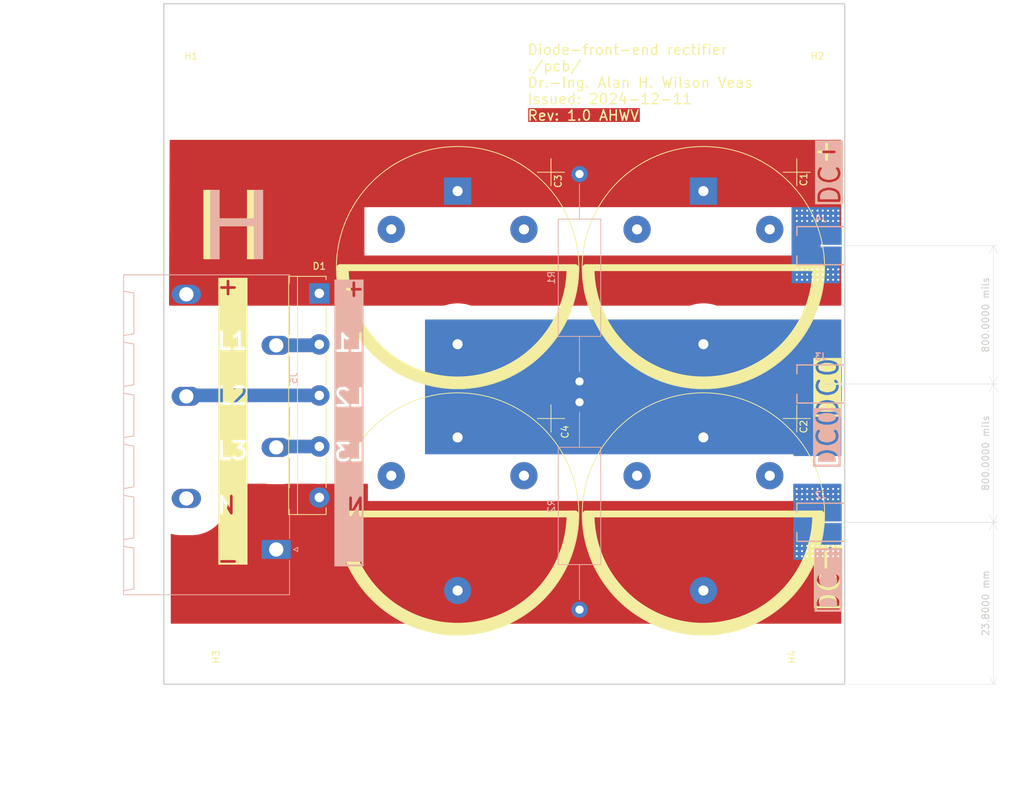
<source format=kicad_pcb>
(kicad_pcb (version 20240108) (generator "pcbnew") (generator_version "8.0")
  (title_block (title "Diode-front-end rectifier") (date "2024-12-11") (rev "1.0") (company "Dr.-Ing. Alan H. Wilson Veas") (comment 1 "AHWV"))
  (layers (0 "F.Cu" signal) (31 "B.Cu" signal) (34 "B.Paste" user) (35 "F.Paste" user) (36 "B.SilkS" user "B.Silkscreen") (37 "F.SilkS" user "F.Silkscreen") (38 "B.Mask" user) (39 "F.Mask" user) (44 "Edge.Cuts" user))
  (net 0 "")
  (net 1 "/l3")
  (net 2 "/dcp")
  (net 3 "/l2")
  (net 4 "/dcn")
  (net 5 "/l1")
  (net 6 "/dcm")
  (net 7 "/n")
  (footprint "MountingHole:MountingHole_2.7mm_M2.5" (layer "F.Cu") (at 57.67 125.248 -90)
    (property "Reference" "H3" (at 0 -3.7 90) (layer "F.SilkS"))
    (property "Value" "MountingHole")
    (pad "" np_thru_hole circle (at 0 0 270) (size 2.7 2.7) (drill 2.7) (layers "*.Cu" "*.Mask"))
  )
  (footprint "My_Capacitor_THT:CP_Radial_D35.0mm_P22.50mm_SnapIn_4Pin_TDK_B43630" (layer "F.Cu") (at 132.918 56.784 -90)
    (property "Reference" "C1" (at -1.704 -14.732 90) (layer "F.SilkS"))
    (property "Value" "1200 uF")
    (fp_line (start -4.779604 -13.7125) (end -0.779604 -13.7125) (stroke (width 0.12)) (layer "F.SilkS"))
    (fp_line (start -2.779604 -15.7125) (end -2.779604 -11.7125) (stroke (width 0.12)) (layer "F.SilkS"))
    (fp_line (start 11.25 -17.25) (end 11.25 17.25) (stroke (width 1)) (layer "F.SilkS"))
    (fp_arc (start 11.25 -16.5) (mid 27.75 0) (end 11.25 16.5) (stroke (width 1)) (layer "F.SilkS"))
    (fp_arc (start 11.25 -17) (mid 28.25 0) (end 11.25 17) (stroke (width 1)) (layer "F.SilkS"))
    (fp_arc (start 11.25 -17.25) (mid 28.5 0) (end 11.25 17.25) (stroke (width 1)) (layer "F.SilkS"))
    (fp_circle (center 11.25 0) (end 29.05 0) (stroke (width 0.12)) (fill none) (layer "F.SilkS"))
    (pad "1" thru_hole rect (at 0 0 270) (size 4 4) (drill 1.486) (layers "*.Cu" "*.Mask") (net 2 "/dcp"))
    (pad "2" thru_hole circle (at 22.5 0 270) (size 4 4) (drill 1.486) (layers "*.Cu" "*.Mask") (net 6 "/dcm"))
    (pad "SH" thru_hole circle (at 5.625 -9.7427 270) (size 4 4) (drill 1.486) (layers "*.Cu" "*.Mask"))
    (pad "SH" thru_hole circle (at 5.625 9.7427 270) (size 4 4) (drill 1.486) (layers "*.Cu" "*.Mask"))
  )
  (footprint "My_Capacitor_THT:CP_Radial_D35.0mm_P22.50mm_SnapIn_4Pin_TDK_B43630" (layer "F.Cu") (at 132.918 92.984 -90)
    (property "Reference" "C2" (at -1.582 -14.732 90) (layer "F.SilkS"))
    (property "Value" "1200 uF")
    (fp_line (start -4.779604 -13.7125) (end -0.779604 -13.7125) (stroke (width 0.12)) (layer "F.SilkS"))
    (fp_line (start -2.779604 -15.7125) (end -2.779604 -11.7125) (stroke (width 0.12)) (layer "F.SilkS"))
    (fp_line (start 11.25 -17.25) (end 11.25 17.25) (stroke (width 1)) (layer "F.SilkS"))
    (fp_arc (start 11.25 -16.5) (mid 27.75 0) (end 11.25 16.5) (stroke (width 1)) (layer "F.SilkS"))
    (fp_arc (start 11.25 -17) (mid 28.25 0) (end 11.25 17) (stroke (width 1)) (layer "F.SilkS"))
    (fp_arc (start 11.25 -17.25) (mid 28.5 0) (end 11.25 17.25) (stroke (width 1)) (layer "F.SilkS"))
    (fp_circle (center 11.25 0) (end 29.05 0) (stroke (width 0.12)) (fill none) (layer "F.SilkS"))
    (pad "1" thru_hole rect (at 0 0 270) (size 4 4) (drill 1.486) (layers "*.Cu" "*.Mask") (net 6 "/dcm"))
    (pad "2" thru_hole circle (at 22.5 0 270) (size 4 4) (drill 1.486) (layers "*.Cu" "*.Mask") (net 4 "/dcn"))
    (pad "SH" thru_hole circle (at 5.625 -9.7427 270) (size 4 4) (drill 1.486) (layers "*.Cu" "*.Mask"))
    (pad "SH" thru_hole circle (at 5.625 9.7427 270) (size 4 4) (drill 1.486) (layers "*.Cu" "*.Mask"))
  )
  (footprint "MountingHole:MountingHole_2.7mm_M2.5" (layer "F.Cu") (at 149.67 33.248 180)
    (property "Reference" "H2" (at 0 -3.7 0) (layer "F.SilkS"))
    (property "Value" "MountingHole")
    (pad "" np_thru_hole circle (at 0 0 180) (size 2.7 2.7) (drill 2.7) (layers "*.Cu" "*.Mask"))
  )
  (footprint "MountingHole:MountingHole_2.7mm_M2.5" (layer "F.Cu") (at 149.67 125.248 90)
    (property "Reference" "H4" (at 0 -3.7 90) (layer "F.SilkS"))
    (property "Value" "MountingHole")
    (pad "" np_thru_hole circle (at 0 0 90) (size 2.7 2.7) (drill 2.7) (layers "*.Cu" "*.Mask"))
  )
  (footprint "My_Capacitor_THT:CP_Radial_D35.0mm_P22.50mm_SnapIn_4Pin_TDK_B43630" (layer "F.Cu") (at 96.818 92.984 -90)
    (property "Reference" "C4" (at -0.82 -15.78 90) (layer "F.SilkS"))
    (property "Value" "1200 uF")
    (fp_line (start -4.779604 -13.7125) (end -0.779604 -13.7125) (stroke (width 0.12)) (layer "F.SilkS"))
    (fp_line (start -2.779604 -15.7125) (end -2.779604 -11.7125) (stroke (width 0.12)) (layer "F.SilkS"))
    (fp_line (start 11.25 -17.25) (end 11.25 17.25) (stroke (width 1)) (layer "F.SilkS"))
    (fp_arc (start 11.25 -16.5) (mid 27.75 0) (end 11.25 16.5) (stroke (width 1)) (layer "F.SilkS"))
    (fp_arc (start 11.25 -17) (mid 28.25 0) (end 11.25 17) (stroke (width 1)) (layer "F.SilkS"))
    (fp_arc (start 11.25 -17.25) (mid 28.5 0) (end 11.25 17.25) (stroke (width 1)) (layer "F.SilkS"))
    (fp_circle (center 11.25 0) (end 29.05 0) (stroke (width 0.12)) (fill none) (layer "F.SilkS"))
    (pad "1" thru_hole rect (at 0 0 270) (size 4 4) (drill 1.486) (layers "*.Cu" "*.Mask") (net 6 "/dcm"))
    (pad "2" thru_hole circle (at 22.5 0 270) (size 4 4) (drill 1.486) (layers "*.Cu" "*.Mask") (net 4 "/dcn"))
    (pad "SH" thru_hole circle (at 5.625 -9.7427 270) (size 4 4) (drill 1.486) (layers "*.Cu" "*.Mask"))
    (pad "SH" thru_hole circle (at 5.625 9.7427 270) (size 4 4) (drill 1.486) (layers "*.Cu" "*.Mask"))
  )
  (footprint "Diode_THT:Diode_Bridge_IXYS_GUFP" (layer "F.Cu") (at 76.506 71.816)
    (property "Reference" "D1" (at 0 -4 0) (layer "F.SilkS"))
    (property "Value" "DNA40U2200GU")
    (fp_line (start -4.5 -2.5) (end -4.5 32.5) (stroke (width 0.12)) (layer "F.SilkS"))
    (fp_line (start -3.2 -2.5) (end -3.2 32.5) (stroke (width 0.12)) (layer "F.SilkS"))
    (fp_line (start 1 -2.5) (end -4.5 -2.5) (stroke (width 0.12)) (layer "F.SilkS"))
    (fp_line (start 1 -2.5) (end 1 -2) (stroke (width 0.12)) (layer "F.SilkS"))
    (fp_line (start 1 2) (end 1 6) (stroke (width 0.12)) (layer "F.SilkS"))
    (fp_line (start 1 9) (end 1 13.5) (stroke (width 0.12)) (layer "F.SilkS"))
    (fp_line (start 1 16.5) (end 1 21) (stroke (width 0.12)) (layer "F.SilkS"))
    (fp_line (start 1 24) (end 1 28.5) (stroke (width 0.12)) (layer "F.SilkS"))
    (fp_line (start 1 31.5) (end 1 32.5) (stroke (width 0.12)) (layer "F.SilkS"))
    (fp_line (start 1 32.5) (end -4.5 32.5) (stroke (width 0.12)) (layer "F.SilkS"))
    (pad "1" thru_hole rect (at 0 0) (size 3 3) (drill 1.39) (layers "*.Cu" "*.Mask") (net 2 "/dcp"))
    (pad "2" thru_hole circle (at 0 7.5) (size 3 3) (drill 1.39) (layers "*.Cu" "*.Mask") (net 5 "/l1"))
    (pad "3" thru_hole circle (at 0 15) (size 3 3) (drill 1.39) (layers "*.Cu" "*.Mask") (net 3 "/l2"))
    (pad "4" thru_hole circle (at 0 22.5) (size 3 3) (drill 1.39) (layers "*.Cu" "*.Mask") (net 1 "/l3"))
    (pad "5" thru_hole circle (at 0 30) (size 3 3) (drill 1.39) (layers "*.Cu" "*.Mask") (net 4 "/dcn"))
  )
  (footprint "MountingHole:MountingHole_2.7mm_M2.5" (layer "F.Cu") (at 57.67 33.248 180)
    (property "Reference" "H1" (at 0 -3.7 0) (layer "F.SilkS"))
    (property "Value" "MountingHole")
    (pad "" np_thru_hole circle (at 0 0 180) (size 2.7 2.7) (drill 2.7) (layers "*.Cu" "*.Mask"))
  )
  (footprint "My_Capacitor_THT:CP_Radial_D35.0mm_P22.50mm_SnapIn_4Pin_TDK_B43630" (layer "F.Cu") (at 96.818 56.784 -90)
    (property "Reference" "C3" (at -1.45 -14.764 90) (layer "F.SilkS"))
    (property "Value" "1200 uF")
    (fp_line (start -4.779604 -13.7125) (end -0.779604 -13.7125) (stroke (width 0.12)) (layer "F.SilkS"))
    (fp_line (start -2.779604 -15.7125) (end -2.779604 -11.7125) (stroke (width 0.12)) (layer "F.SilkS"))
    (fp_line (start 11.25 -17.25) (end 11.25 17.25) (stroke (width 1)) (layer "F.SilkS"))
    (fp_arc (start 11.25 -16.5) (mid 27.75 0) (end 11.25 16.5) (stroke (width 1)) (layer "F.SilkS"))
    (fp_arc (start 11.25 -17) (mid 28.25 0) (end 11.25 17) (stroke (width 1)) (layer "F.SilkS"))
    (fp_arc (start 11.25 -17.25) (mid 28.5 0) (end 11.25 17.25) (stroke (width 1)) (layer "F.SilkS"))
    (fp_circle (center 11.25 0) (end 29.05 0) (stroke (width 0.12)) (fill none) (layer "F.SilkS"))
    (pad "1" thru_hole rect (at 0 0 270) (size 4 4) (drill 1.486) (layers "*.Cu" "*.Mask") (net 2 "/dcp"))
    (pad "2" thru_hole circle (at 22.5 0 270) (size 4 4) (drill 1.486) (layers "*.Cu" "*.Mask") (net 6 "/dcm"))
    (pad "SH" thru_hole circle (at 5.625 -9.7427 270) (size 4 4) (drill 1.486) (layers "*.Cu" "*.Mask"))
    (pad "SH" thru_hole circle (at 5.625 9.7427 270) (size 4 4) (drill 1.486) (layers "*.Cu" "*.Mask"))
  )
  (footprint "Resistor_THT:R_Axial_DIN0617_L17.0mm_D6.0mm_P30.48mm_Horizontal" (layer "B.Cu") (at 114.7207 87.809 -90)
    (property "Reference" "R2" (at 15.24 4.12 90) (layer "B.SilkS") (effects (justify mirror)))
    (property "Value" "100k")
    (fp_line (start 6.62 3.12) (end 23.86 3.12) (stroke (width 0.12)) (layer "B.SilkS"))
    (fp_line (start 23.86 3.12) (end 23.86 -3.12) (stroke (width 0.12)) (layer "B.SilkS"))
    (fp_line (start 6.62 0) (end 1.44 0) (stroke (width 0.12)) (layer "B.SilkS"))
    (fp_line (start 23.86 0) (end 29.04 0) (stroke (width 0.12)) (layer "B.SilkS"))
    (fp_line (start 6.62 -3.12) (end 6.62 3.12) (stroke (width 0.12)) (layer "B.SilkS"))
    (fp_line (start 23.86 -3.12) (end 6.62 -3.12) (stroke (width 0.12)) (layer "B.SilkS"))
    (pad "1" thru_hole circle (at 0 0 270) (size 2.4 2.4) (drill 1.2) (layers "*.Cu" "*.Mask") (net 6 "/dcm"))
    (pad "2" thru_hole oval (at 30.48 0 270) (size 2.4 2.4) (drill 1.2) (layers "*.Cu" "*.Mask") (net 4 "/dcn"))
  )
  (footprint "My_Connector:WP_SMRA_7466303" (layer "B.Cu") (at 150.15 85.128 180)
    (property "Reference" "J3" (at 0 4 0) (layer "B.SilkS") (effects (font (thickness 0.2)) (justify mirror)))
    (property "Value" "Conn_01x01")
    (fp_line (start 3.5 2.8) (end -3.5 2.8) (stroke (width 0.2)) (layer "B.SilkS"))
    (fp_line (start 3.5 1.5) (end 3.5 2.8) (stroke (width 0.2)) (layer "B.SilkS"))
    (fp_line (start 3.5 -2.8) (end 3.5 -1.5) (stroke (width 0.2)) (layer "B.SilkS"))
    (fp_line (start 3.5 -2.8) (end -3.5 -2.8) (stroke (width 0.2)) (layer "B.SilkS"))
    (fp_line (start -3.5 1.5) (end -3.5 2.8) (stroke (width 0.2)) (layer "B.SilkS"))
    (fp_line (start -3.5 -2.8) (end -3.5 -1.5) (stroke (width 0.2)) (layer "B.SilkS"))
    (pad "1" smd rect (at -1.6 -1.35 180) (size 2.95 2.45) (layers "B.Cu" "B.Paste" "B.Mask") (net 6 "/dcm"))
    (pad "1" smd rect (at -1.6 1.35 180) (size 2.95 2.45) (layers "B.Cu" "B.Paste" "B.Mask") (net 6 "/dcm"))
    (pad "1" smd rect (at 1.6 -1.35 180) (size 2.95 2.45) (layers "B.Cu" "B.Paste" "B.Mask") (net 6 "/dcm"))
    (pad "1" smd rect (at 1.6 1.35 180) (size 2.95 2.45) (layers "B.Cu" "B.Paste" "B.Mask") (net 6 "/dcm"))
  )
  (footprint "Connector_Phoenix_SPT:PhoenixContact_SPT_5_6-H-7.5-ZB_1x06_P7.5mm_Horizontal" (layer "B.Cu") (at 70.18 109.45 90)
    (property "Reference" "J5" (at 25.18 2.5733 90) (layer "B.SilkS") (effects (justify mirror)))
    (property "Value" "Conn_01x06")
    (fp_line (start 40.36 -22.41) (end 40.36 1.96) (stroke (width 0.12)) (layer "B.SilkS"))
    (fp_line (start -6.66 -22.41) (end 40.36 -22.41) (stroke (width 0.12)) (layer "B.SilkS"))
    (fp_line (start 37.7 -20.91) (end 37.95 -22.41) (stroke (width 0.12)) (layer "B.SilkS"))
    (fp_line (start 37.7 -20.91) (end 31.7 -20.91) (stroke (width 0.12)) (layer "B.SilkS"))
    (fp_line (start 31.7 -20.91) (end 31.45 -22.41) (stroke (width 0.12)) (layer "B.SilkS"))
    (fp_line (start 30.2 -20.91) (end 30.45 -22.41) (stroke (width 0.12)) (layer "B.SilkS"))
    (fp_line (start 30.2 -20.91) (end 24.2 -20.91) (stroke (width 0.12)) (layer "B.SilkS"))
    (fp_line (start 24.2 -20.91) (end 23.95 -22.41) (stroke (width 0.12)) (layer "B.SilkS"))
    (fp_line (start 22.7 -20.91) (end 22.95 -22.41) (stroke (width 0.12)) (layer "B.SilkS"))
    (fp_line (start 22.7 -20.91) (end 16.7 -20.91) (stroke (width 0.12)) (layer "B.SilkS"))
    (fp_line (start 16.7 -20.91) (end 16.45 -22.41) (stroke (width 0.12)) (layer "B.SilkS"))
    (fp_line (start 15.2 -20.91) (end 15.45 -22.41) (stroke (width 0.12)) (layer "B.SilkS"))
    (fp_line (start 15.2 -20.91) (end 9.2 -20.91) (stroke (width 0.12)) (layer "B.SilkS"))
    (fp_line (start 9.2 -20.91) (end 8.95 -22.41) (stroke (width 0.12)) (layer "B.SilkS"))
    (fp_line (start 7.7 -20.91) (end 7.95 -22.41) (stroke (width 0.12)) (layer "B.SilkS"))
    (fp_line (start 7.7 -20.91) (end 1.7 -20.91) (stroke (width 0.12)) (layer "B.SilkS"))
    (fp_line (start 1.7 -20.91) (end 1.45 -22.41) (stroke (width 0.12)) (layer "B.SilkS"))
    (fp_line (start 0.2 -20.91) (end 0.45 -22.41) (stroke (width 0.12)) (layer "B.SilkS"))
    (fp_line (start 0.2 -20.91) (end -5.8 -20.91) (stroke (width 0.12)) (layer "B.SilkS"))
    (fp_line (start -5.8 -20.91) (end -6.05 -22.41) (stroke (width 0.12)) (layer "B.SilkS"))
    (fp_line (start 40.36 1.96) (end 39.1 1.96) (stroke (width 0.12)) (layer "B.SilkS"))
    (fp_line (start 35.9 1.96) (end 31.6 1.96) (stroke (width 0.12)) (layer "B.SilkS"))
    (fp_line (start 28.4 1.96) (end 24.1 1.96) (stroke (width 0.12)) (layer "B.SilkS"))
    (fp_line (start 20.9 1.96) (end 16.6 1.96) (stroke (width 0.12)) (layer "B.SilkS"))
    (fp_line (start 13.4 1.96) (end 9.1 1.96) (stroke (width 0.12)) (layer "B.SilkS"))
    (fp_line (start 5.9 1.96) (end 1.6 1.96) (stroke (width 0.12)) (layer "B.SilkS"))
    (fp_line (start -1.6 1.96) (end -6.66 1.96) (stroke (width 0.12)) (layer "B.SilkS"))
    (fp_line (start -6.66 1.96) (end -6.66 -22.41) (stroke (width 0.12)) (layer "B.SilkS"))
    (fp_line (start 0 2.55) (end 0.3 3.15) (stroke (width 0.12)) (layer "B.SilkS"))
    (fp_line (start 0 2.55) (end -0.3 3.15) (stroke (width 0.12)) (layer "B.SilkS"))
    (fp_line (start 0.3 3.15) (end -0.3 3.15) (stroke (width 0.12)) (layer "B.SilkS"))
    (pad "1" thru_hole roundrect (at 0 0 90) (size 2.8 4.3) (drill 2.1) (layers "*.Cu" "*.Mask") (roundrect_rratio 0.089286) (net 4 "/dcn"))
    (pad "2" thru_hole oval (at 7.5 -13.2 90) (size 2.8 4.3) (drill 2.1) (layers "*.Cu" "*.Mask") (net 7 "/n"))
    (pad "3" thru_hole oval (at 15 0 90) (size 2.8 4.3) (drill 2.1) (layers "*.Cu" "*.Mask") (net 1 "/l3"))
    (pad "4" thru_hole oval (at 22.5 -13.2 90) (size 2.8 4.3) (drill 2.1) (layers "*.Cu" "*.Mask") (net 3 "/l2"))
    (pad "5" thru_hole oval (at 30 0 90) (size 2.8 4.3) (drill 2.1) (layers "*.Cu" "*.Mask") (net 5 "/l1"))
    (pad "6" thru_hole oval (at 37.5 -13.2 90) (size 2.8 4.3) (drill 2.1) (layers "*.Cu" "*.Mask") (net 2 "/dcp"))
  )
  (footprint "My_Connector:WP_SMRA_7466303" (layer "B.Cu") (at 150.15 64.808 180)
    (property "Reference" "J4" (at 0 4 0) (layer "B.SilkS") (effects (font (thickness 0.2)) (justify mirror)))
    (property "Value" "Conn_01x01")
    (fp_line (start 3.5 2.8) (end -3.5 2.8) (stroke (width 0.2)) (layer "B.SilkS"))
    (fp_line (start 3.5 1.5) (end 3.5 2.8) (stroke (width 0.2)) (layer "B.SilkS"))
    (fp_line (start 3.5 -2.8) (end 3.5 -1.5) (stroke (width 0.2)) (layer "B.SilkS"))
    (fp_line (start 3.5 -2.8) (end -3.5 -2.8) (stroke (width 0.2)) (layer "B.SilkS"))
    (fp_line (start -3.5 1.5) (end -3.5 2.8) (stroke (width 0.2)) (layer "B.SilkS"))
    (fp_line (start -3.5 -2.8) (end -3.5 -1.5) (stroke (width 0.2)) (layer "B.SilkS"))
    (pad "1" smd rect (at -1.6 -1.35 180) (size 2.95 2.45) (layers "B.Cu" "B.Paste" "B.Mask") (net 2 "/dcp"))
    (pad "1" smd rect (at -1.6 1.35 180) (size 2.95 2.45) (layers "B.Cu" "B.Paste" "B.Mask") (net 2 "/dcp"))
    (pad "1" smd rect (at 1.6 -1.35 180) (size 2.95 2.45) (layers "B.Cu" "B.Paste" "B.Mask") (net 2 "/dcp"))
    (pad "1" smd rect (at 1.6 1.35 180) (size 2.95 2.45) (layers "B.Cu" "B.Paste" "B.Mask") (net 2 "/dcp"))
  )
  (footprint "Resistor_THT:R_Axial_DIN0617_L17.0mm_D6.0mm_P30.48mm_Horizontal" (layer "B.Cu") (at 114.7207 54.281 -90)
    (property "Reference" "R1" (at 15.24 4.12 90) (layer "B.SilkS") (effects (justify mirror)))
    (property "Value" "100k")
    (fp_line (start 6.62 3.12) (end 23.86 3.12) (stroke (width 0.12)) (layer "B.SilkS"))
    (fp_line (start 23.86 3.12) (end 23.86 -3.12) (stroke (width 0.12)) (layer "B.SilkS"))
    (fp_line (start 6.62 0) (end 1.44 0) (stroke (width 0.12)) (layer "B.SilkS"))
    (fp_line (start 23.86 0) (end 29.04 0) (stroke (width 0.12)) (layer "B.SilkS"))
    (fp_line (start 6.62 -3.12) (end 6.62 3.12) (stroke (width 0.12)) (layer "B.SilkS"))
    (fp_line (start 23.86 -3.12) (end 6.62 -3.12) (stroke (width 0.12)) (layer "B.SilkS"))
    (pad "1" thru_hole circle (at 0 0 270) (size 2.4 2.4) (drill 1.2) (layers "*.Cu" "*.Mask") (net 2 "/dcp"))
    (pad "2" thru_hole oval (at 30.48 0 270) (size 2.4 2.4) (drill 1.2) (layers "*.Cu" "*.Mask") (net 6 "/dcm"))
  )
  (footprint "My_Connector:WP_SMRA_7466303" (layer "B.Cu") (at 150.15 105.448 180)
    (property "Reference" "J2" (at 0 4 0) (layer "B.SilkS") (effects (font (thickness 0.2)) (justify mirror)))
    (property "Value" "Conn_01x01")
    (fp_line (start 3.5 2.8) (end -3.5 2.8) (stroke (width 0.2)) (layer "B.SilkS"))
    (fp_line (start 3.5 1.5) (end 3.5 2.8) (stroke (width 0.2)) (layer "B.SilkS"))
    (fp_line (start 3.5 -2.8) (end 3.5 -1.5) (stroke (width 0.2)) (layer "B.SilkS"))
    (fp_line (start 3.5 -2.8) (end -3.5 -2.8) (stroke (width 0.2)) (layer "B.SilkS"))
    (fp_line (start -3.5 1.5) (end -3.5 2.8) (stroke (width 0.2)) (layer "B.SilkS"))
    (fp_line (start -3.5 -2.8) (end -3.5 -1.5) (stroke (width 0.2)) (layer "B.SilkS"))
    (pad "1" smd rect (at -1.6 -1.35 180) (size 2.95 2.45) (layers "B.Cu" "B.Paste" "B.Mask") (net 4 "/dcn"))
    (pad "1" smd rect (at -1.6 1.35 180) (size 2.95 2.45) (layers "B.Cu" "B.Paste" "B.Mask") (net 4 "/dcn"))
    (pad "1" smd rect (at 1.6 -1.35 180) (size 2.95 2.45) (layers "B.Cu" "B.Paste" "B.Mask") (net 4 "/dcn"))
    (pad "1" smd rect (at 1.6 1.35 180) (size 2.95 2.45) (layers "B.Cu" "B.Paste" "B.Mask") (net 4 "/dcn"))
  )
  (gr_rect (start 53.67 29.248) (end 153.67 129.248) (stroke (width 0.2)) (fill none) (layer "Edge.Cuts"))
  (gr_text "Rev: ${REVISION} ${COMMENT1}" (at 106.97 46.548 0) (layer "F.Cu" knockout) (effects (font (size 1.5 1.5) (thickness 0.2) (bold yes)) (justify left bottom)))
  (gr_text "DC+" (at 149.47 59.148 -90) (layer "B.SilkS" knockout) (effects (font (size 3 3) (thickness 0.4)) (justify left bottom mirror)))
  (gr_text "+\n\nL1\n\nL2\n\nL3\n\nN\n\n-\n" (at 83.388 112.738 -0) (layer "B.SilkS" knockout) (effects (font (size 2.5 2.5) (thickness 0.4)) (justify left bottom mirror)))
  (gr_text "DC-" (at 149.37 119.048 -90) (layer "B.SilkS" knockout) (effects (font (size 3 3) (thickness 0.4)) (justify left bottom mirror)))
  (gr_text "DC0" (at 149.17 97.748 -90) (layer "B.SilkS" knockout) (effects (font (size 3 3) (thickness 0.4)) (justify left bottom mirror)))
  (gr_text "H" (at 64.37 62.648 -0) (layer "B.SilkS") (effects (font (size 10 10) (thickness 1.25)) (justify mirror)))
  (gr_text "DC-" (at 153.07 118.548 90) (layer "F.SilkS" knockout) (effects (font (size 3 3) (thickness 0.4)) (justify left bottom)))
  (gr_text "H" (at 63.37 62.648 0) (layer "F.SilkS") (effects (font (size 10 10) (thickness 1.25))))
  (gr_text "DC0" (at 152.984 90.386 90) (layer "F.SilkS" knockout) (effects (font (size 3 3) (thickness 0.4)) (justify left bottom)))
  (gr_text "DC+" (at 153.238 59.144 90) (layer "F.SilkS" knockout) (effects (font (size 3 3) (thickness 0.4)) (justify left bottom)))
  (gr_text "${TITLE}\n./pcb/${PROJECTNAME}\n${COMPANY}\nIssued: ${ISSUE_DATE}\nRev: ${REVISION} ${COMMENT1}" (at 106.97 46.548 0) (layer "F.SilkS") (effects (font (size 1.5 1.5) (thickness 0.2)) (justify left bottom)))
  (gr_text "+\n\nL1\n\nL2\n\nL3\n\nN\n\n-\n" (at 61.29 112.484 0) (layer "F.SilkS" knockout) (effects (font (size 2.5 2.5) (thickness 0.4)) (justify left bottom)))
  (dimension (type orthogonal) (layer "Edge.Cuts") (pts (xy 153.67 129.248) (xy 150.15 105.448)) (height 21.844) (orientation 1) (gr_text "23.8000 mm" (at 174.364 117.348 90) (layer "Edge.Cuts") (effects (font (size 1 1) (thickness 0.15)))) (format (prefix "") (suffix "") (units 3) (units_format 1) (precision 4)) (style (thickness 0.05) (arrow_length 1.27) (text_position_mode 0) (extension_height 0.58642) (extension_offset 0.5) keep_text_aligned))
  (dimension (type orthogonal) (layer "Edge.Cuts") (pts (xy 150.15 85.128) (xy 150.15 105.448)) (height 25.364) (orientation 1) (gr_text "800.0000 mils" (at 174.364 95.288 90) (layer "Edge.Cuts") (effects (font (size 1 1) (thickness 0.15)))) (format (prefix "") (suffix "") (units 1) (units_format 1) (precision 4)) (style (thickness 0.05) (arrow_length 1.27) (text_position_mode 0) (extension_height 0.58642) (extension_offset 0.5) keep_text_aligned))
  (dimension (type orthogonal) (layer "Edge.Cuts") (pts (xy 150.15 85.128) (xy 150.15 64.808)) (height 25.364) (orientation 1) (gr_text "800.0000 mils" (at 174.364 74.968 90) (layer "Edge.Cuts") (effects (font (size 1 1) (thickness 0.15)))) (format (prefix "") (suffix "") (units 1) (units_format 1) (precision 4)) (style (thickness 0.05) (arrow_length 1.27) (text_position_mode 0) (extension_height 0.58642) (extension_offset 0.5) keep_text_aligned))
  (segment (start 70.314 94.316) (end 70.18 94.45) (width 1.5) (layer "F.Cu") (net 1))
  (segment (start 76.506 94.316) (end 70.314 94.316) (width 2) (layer "F.Cu") (net 1))
  (segment (start 70.18 94.45) (end 70.434 94.45) (width 0.2) (layer "B.Cu") (net 1))
  (segment (start 70.568 94.316) (end 76.506 94.316) (width 2) (layer "B.Cu") (net 1))
  (segment (start 70.434 94.45) (end 70.568 94.316) (width 0.2) (layer "B.Cu") (net 1))
  (via (at 146.634 59.652) (size 0.6) (drill 0.3) (layers "F.Cu" "B.Cu") (net 2))
  (via (at 151.206 61.176) (size 0.6) (drill 0.3) (layers "F.Cu" "B.Cu") (net 2))
  (via (at 151.206 68.288) (size 0.6) (drill 0.3) (layers "F.Cu" "B.Cu") (net 2))
  (via (at 152.73 68.288) (size 0.6) (drill 0.3) (layers "F.Cu" "B.Cu") (net 2))
  (via (at 149.682 60.414) (size 0.6) (drill 0.3) (layers "F.Cu" "B.Cu") (net 2))
  (via (at 150.444 69.812) (size 0.6) (drill 0.3) (layers "F.Cu" "B.Cu") (net 2))
  (via (at 146.634 60.414) (size 0.6) (drill 0.3) (layers "F.Cu" "B.Cu") (net 2))
  (via (at 148.158 61.176) (size 0.6) (drill 0.3) (layers "F.Cu" "B.Cu") (net 2))
  (via (at 146.634 61.176) (size 0.6) (drill 0.3) (layers "F.Cu" "B.Cu") (net 2))
  (via (at 151.206 69.05) (size 0.6) (drill 0.3) (layers "F.Cu" "B.Cu") (net 2))
  (via (at 146.634 69.812) (size 0.6) (drill 0.3) (layers "F.Cu" "B.Cu") (net 2))
  (via (at 148.92 61.176) (size 0.6) (drill 0.3) (layers "F.Cu" "B.Cu") (net 2))
  (via (at 148.158 69.812) (size 0.6) (drill 0.3) (layers "F.Cu" "B.Cu") (net 2))
  (via (at 147.396 59.652) (size 0.6) (drill 0.3) (layers "F.Cu" "B.Cu") (net 2))
  (via (at 152.73 61.176) (size 0.6) (drill 0.3) (layers "F.Cu" "B.Cu") (net 2))
  (via (at 146.634 68.288) (size 0.6) (drill 0.3) (layers "F.Cu" "B.Cu") (net 2))
  (via (at 151.206 69.812) (size 0.6) (drill 0.3) (layers "F.Cu" "B.Cu") (net 2))
  (via (at 151.968 60.414) (size 0.6) (drill 0.3) (layers "F.Cu" "B.Cu") (net 2))
  (via (at 147.396 60.414) (size 0.6) (drill 0.3) (layers "F.Cu" "B.Cu") (net 2))
  (via (at 147.396 68.288) (size 0.6) (drill 0.3) (layers "F.Cu" "B.Cu") (net 2))
  (via (at 148.92 68.288) (size 0.6) (drill 0.3) (layers "F.Cu" "B.Cu") (net 2))
  (via (at 150.444 59.652) (size 0.6) (drill 0.3) (layers "F.Cu" "B.Cu") (net 2))
  (via (at 150.444 69.05) (size 0.6) (drill 0.3) (layers "F.Cu" "B.Cu") (net 2))
  (via (at 151.968 69.812) (size 0.6) (drill 0.3) (layers "F.Cu" "B.Cu") (net 2))
  (via (at 147.396 69.05) (size 0.6) (drill 0.3) (layers "F.Cu" "B.Cu") (net 2))
  (via (at 148.92 60.414) (size 0.6) (drill 0.3) (layers "F.Cu" "B.Cu") (net 2))
  (via (at 148.92 69.05) (size 0.6) (drill 0.3) (layers "F.Cu" "B.Cu") (net 2))
  (via (at 150.444 60.414) (size 0.6) (drill 0.3) (layers "F.Cu" "B.Cu") (net 2))
  (via (at 151.206 59.652) (size 0.6) (drill 0.3) (layers "F.Cu" "B.Cu") (net 2))
  (via (at 148.158 68.288) (size 0.6) (drill 0.3) (layers "F.Cu" "B.Cu") (net 2))
  (via (at 148.158 69.05) (size 0.6) (drill 0.3) (layers "F.Cu" "B.Cu") (net 2))
  (via (at 149.682 69.05) (size 0.6) (drill 0.3) (layers "F.Cu" "B.Cu") (net 2))
  (via (at 151.968 69.05) (size 0.6) (drill 0.3) (layers "F.Cu" "B.Cu") (net 2))
  (via (at 150.444 68.288) (size 0.6) (drill 0.3) (layers "F.Cu" "B.Cu") (net 2))
  (via (at 149.682 68.288) (size 0.6) (drill 0.3) (layers "F.Cu" "B.Cu") (net 2))
  (via (at 147.396 61.176) (size 0.6) (drill 0.3) (layers "F.Cu" "B.Cu") (net 2))
  (via (at 149.682 59.652) (size 0.6) (drill 0.3) (layers "F.Cu" "B.Cu") (net 2))
  (via (at 148.158 59.652) (size 0.6) (drill 0.3) (layers "F.Cu" "B.Cu") (net 2))
  (via (at 147.396 69.812) (size 0.6) (drill 0.3) (layers "F.Cu" "B.Cu") (net 2))
  (via (at 149.682 61.176) (size 0.6) (drill 0.3) (layers "F.Cu" "B.Cu") (net 2))
  (via (at 148.92 59.652) (size 0.6) (drill 0.3) (layers "F.Cu" "B.Cu") (net 2))
  (via (at 150.444 61.176) (size 0.6) (drill 0.3) (layers "F.Cu" "B.Cu") (net 2))
  (via (at 151.968 68.288) (size 0.6) (drill 0.3) (layers "F.Cu" "B.Cu") (net 2))
  (via (at 152.73 69.812) (size 0.6) (drill 0.3) (layers "F.Cu" "B.Cu") (net 2))
  (via (at 146.634 69.05) (size 0.6) (drill 0.3) (layers "F.Cu" "B.Cu") (net 2))
  (via (at 152.73 59.652) (size 0.6) (drill 0.3) (layers "F.Cu" "B.Cu") (net 2))
  (via (at 152.73 69.05) (size 0.6) (drill 0.3) (layers "F.Cu" "B.Cu") (net 2))
  (via (at 151.968 61.176) (size 0.6) (drill 0.3) (layers "F.Cu" "B.Cu") (net 2))
  (via (at 151.206 60.414) (size 0.6) (drill 0.3) (layers "F.Cu" "B.Cu") (net 2))
  (via (at 149.682 69.812) (size 0.6) (drill 0.3) (layers "F.Cu" "B.Cu") (net 2))
  (via (at 148.158 60.414) (size 0.6) (drill 0.3) (layers "F.Cu" "B.Cu") (net 2))
  (via (at 148.92 69.812) (size 0.6) (drill 0.3) (layers "F.Cu" "B.Cu") (net 2))
  (via (at 151.968 59.652) (size 0.6) (drill 0.3) (layers "F.Cu" "B.Cu") (net 2))
  (via (at 152.73 60.414) (size 0.6) (drill 0.3) (layers "F.Cu" "B.Cu") (net 2))
  (segment (start 76.506 86.816) (end 57.114 86.816) (width 2) (layer "F.Cu") (net 3))
  (segment (start 57.114 86.816) (end 56.98 86.95) (width 1.5) (layer "F.Cu") (net 3))
  (segment (start 57.114 86.816) (end 56.98 86.95) (width 0.2) (layer "B.Cu") (net 3))
  (segment (start 76.506 86.816) (end 57.114 86.816) (width 2) (layer "B.Cu") (net 3))
  (via (at 151.206 110.452) (size 0.6) (drill 0.3) (layers "F.Cu" "B.Cu") (net 4))
  (via (at 149.682 100.546) (size 0.6) (drill 0.3) (layers "F.Cu" "B.Cu") (net 4))
  (via (at 151.206 102.07) (size 0.6) (drill 0.3) (layers "F.Cu" "B.Cu") (net 4))
  (via (at 149.682 110.452) (size 0.6) (drill 0.3) (layers "F.Cu" "B.Cu") (net 4))
  (via (at 148.92 109.69) (size 0.6) (drill 0.3) (layers "F.Cu" "B.Cu") (net 4))
  (via (at 151.968 109.69) (size 0.6) (drill 0.3) (layers "F.Cu" "B.Cu") (net 4))
  (via (at 150.444 100.546) (size 0.6) (drill 0.3) (layers "F.Cu" "B.Cu") (net 4))
  (via (at 151.206 100.546) (size 0.6) (drill 0.3) (layers "F.Cu" "B.Cu") (net 4))
  (via (at 152.73 102.07) (size 0.6) (drill 0.3) (layers "F.Cu" "B.Cu") (net 4))
  (via (at 146.634 108.928) (size 0.6) (drill 0.3) (layers "F.Cu" "B.Cu") (net 4))
  (via (at 150.444 102.07) (size 0.6) (drill 0.3) (layers "F.Cu" "B.Cu") (net 4))
  (via (at 151.206 108.928) (size 0.6) (drill 0.3) (layers "F.Cu" "B.Cu") (net 4))
  (via (at 147.396 109.69) (size 0.6) (drill 0.3) (layers "F.Cu" "B.Cu") (net 4))
  (via (at 146.634 102.07) (size 0.6) (drill 0.3) (layers "F.Cu" "B.Cu") (net 4))
  (via (at 151.968 108.928) (size 0.6) (drill 0.3) (layers "F.Cu" "B.Cu") (net 4))
  (via (at 152.73 108.928) (size 0.6) (drill 0.3) (layers "F.Cu" "B.Cu") (net 4))
  (via (at 148.158 101.308) (size 0.6) (drill 0.3) (layers "F.Cu" "B.Cu") (net 4))
  (via (at 151.968 100.546) (size 0.6) (drill 0.3) (layers "F.Cu" "B.Cu") (net 4))
  (via (at 152.73 101.308) (size 0.6) (drill 0.3) (layers "F.Cu" "B.Cu") (net 4))
  (via (at 148.92 100.546) (size 0.6) (drill 0.3) (layers "F.Cu" "B.Cu") (net 4))
  (via (at 147.396 110.452) (size 0.6) (drill 0.3) (layers "F.Cu" "B.Cu") (net 4))
  (via (at 148.92 108.928) (size 0.6) (drill 0.3) (layers "F.Cu" "B.Cu") (net 4))
  (via (at 150.444 110.452) (size 0.6) (drill 0.3) (layers "F.Cu" "B.Cu") (net 4))
  (via (at 150.444 108.928) (size 0.6) (drill 0.3) (layers "F.Cu" "B.Cu") (net 4))
  (via (at 151.206 109.69) (size 0.6) (drill 0.3) (layers "F.Cu" "B.Cu") (net 4))
  (via (at 147.396 101.308) (size 0.6) (drill 0.3) (layers "F.Cu" "B.Cu") (net 4))
  (via (at 146.634 100.546) (size 0.6) (drill 0.3) (layers "F.Cu" "B.Cu") (net 4))
  (via (at 148.92 102.07) (size 0.6) (drill 0.3) (layers "F.Cu" "B.Cu") (net 4))
  (via (at 146.634 101.308) (size 0.6) (drill 0.3) (layers "F.Cu" "B.Cu") (net 4))
  (via (at 151.968 101.308) (size 0.6) (drill 0.3) (layers "F.Cu" "B.Cu") (net 4))
  (via (at 146.634 109.69) (size 0.6) (drill 0.3) (layers "F.Cu" "B.Cu") (net 4))
  (via (at 151.206 101.308) (size 0.6) (drill 0.3) (layers "F.Cu" "B.Cu") (net 4))
  (via (at 147.396 102.07) (size 0.6) (drill 0.3) (layers "F.Cu" "B.Cu") (net 4))
  (via (at 146.634 110.452) (size 0.6) (drill 0.3) (layers "F.Cu" "B.Cu") (net 4))
  (via (at 149.682 108.928) (size 0.6) (drill 0.3) (layers "F.Cu" "B.Cu") (net 4))
  (via (at 148.92 110.452) (size 0.6) (drill 0.3) (layers "F.Cu" "B.Cu") (net 4))
  (via (at 149.682 109.69) (size 0.6) (drill 0.3) (layers "F.Cu" "B.Cu") (net 4))
  (via (at 152.73 109.69) (size 0.6) (drill 0.3) (layers "F.Cu" "B.Cu") (net 4))
  (via (at 150.444 101.308) (size 0.6) (drill 0.3) (layers "F.Cu" "B.Cu") (net 4))
  (via (at 150.444 109.69) (size 0.6) (drill 0.3) (layers "F.Cu" "B.Cu") (net 4))
  (via (at 151.968 102.07) (size 0.6) (drill 0.3) (layers "F.Cu" "B.Cu") (net 4))
  (via (at 147.396 108.928) (size 0.6) (drill 0.3) (layers "F.Cu" "B.Cu") (net 4))
  (via (at 148.158 102.07) (size 0.6) (drill 0.3) (layers "F.Cu" "B.Cu") (net 4))
  (via (at 148.158 110.452) (size 0.6) (drill 0.3) (layers "F.Cu" "B.Cu") (net 4))
  (via (at 148.158 108.928) (size 0.6) (drill 0.3) (layers "F.Cu" "B.Cu") (net 4))
  (via (at 148.158 100.546) (size 0.6) (drill 0.3) (layers "F.Cu" "B.Cu") (net 4))
  (via (at 149.682 102.07) (size 0.6) (drill 0.3) (layers "F.Cu" "B.Cu") (net 4))
  (via (at 151.968 110.452) (size 0.6) (drill 0.3) (layers "F.Cu" "B.Cu") (net 4))
  (via (at 149.682 101.308) (size 0.6) (drill 0.3) (layers "F.Cu" "B.Cu") (net 4))
  (via (at 147.396 100.546) (size 0.6) (drill 0.3) (layers "F.Cu" "B.Cu") (net 4))
  (via (at 148.158 109.69) (size 0.6) (drill 0.3) (layers "F.Cu" "B.Cu") (net 4))
  (via (at 152.73 100.546) (size 0.6) (drill 0.3) (layers "F.Cu" "B.Cu") (net 4))
  (via (at 152.73 110.452) (size 0.6) (drill 0.3) (layers "F.Cu" "B.Cu") (net 4))
  (via (at 148.92 101.308) (size 0.6) (drill 0.3) (layers "F.Cu" "B.Cu") (net 4))
  (segment (start 70.18 79.45) (end 76.372 79.45) (width 2) (layer "F.Cu") (net 5))
  (segment (start 76.372 79.45) (end 76.506 79.316) (width 1.5) (layer "F.Cu") (net 5))
  (segment (start 70.18 79.45) (end 76.372 79.45) (width 2) (layer "B.Cu") (net 5))
  (segment (start 76.372 79.45) (end 76.506 79.316) (width 0.2) (layer "B.Cu") (net 5))
  (zone (net 4) (net_name "/dcn") (layer "F.Cu") (priority 2) (connect_pads yes (clearance 0.5)) (min_thickness 0.25) (fill yes (thermal_gap 0.5) (thermal_bridge_width 0.5))
    (polygon (pts (xy 54.686 99.784) (xy 153.238 99.784) (xy 153.238 120.358) (xy 54.686 120.358)))
  )
  (zone (net 2) (net_name "/dcp") (layer "F.Cu") (connect_pads yes (clearance 0.5)) (min_thickness 0.25) (fill yes (thermal_gap 0.5) (thermal_bridge_width 0.5))
    (polygon (pts (xy 54.532 49.252) (xy 153.338 49.252) (xy 153.238 73.622) (xy 54.432 73.622)))
  )
  (zone (net 0) (net_name "") (layers "F&B.Cu") (connect_pads (clearance 0)) (min_thickness 0.25)
    (keepout (tracks not_allowed) (vias allowed) (pads allowed) (copperpour not_allowed) (footprints allowed))
    (fill (thermal_gap 0.5) (thermal_bridge_width 0.5))
    (polygon (pts (xy 83.134 59.144) (xy 145.872 59.144) (xy 145.872 66.256) (xy 83.134 66.256)))
  )
  (zone (net 0) (net_name "") (layers "F&B.Cu") (connect_pads (clearance 0)) (min_thickness 0.25)
    (keepout (tracks not_allowed) (vias allowed) (pads allowed) (copperpour not_allowed) (footprints allowed))
    (fill (thermal_gap 0.5) (thermal_bridge_width 0.5))
    (polygon (pts (xy 83.642 95.466) (xy 146.126 95.466) (xy 146.126 102.324) (xy 83.642 102.324)))
  )
  (zone (net 6) (net_name "/dcm") (layer "B.Cu") (priority 1) (connect_pads yes (clearance 0.5)) (min_thickness 0.25) (fill yes (thermal_gap 0.5) (thermal_bridge_width 0.5))
    (polygon (pts (xy 92.024 75.654) (xy 153.238 75.654) (xy 153.238 95.72) (xy 92.024 95.72)))
  )
  (zone (net 2) (net_name "/dcp") (layer "B.Cu") (priority 3) (connect_pads yes (clearance 0)) (min_thickness 0.25) (fill yes (thermal_gap 0.5) (thermal_bridge_width 0.5))
    (polygon (pts (xy 145.872 59.144) (xy 152.984 59.144) (xy 152.984 70.32) (xy 145.872 70.32)))
  )
  (zone (net 4) (net_name "/dcn") (layer "B.Cu") (priority 3) (connect_pads yes (clearance 0)) (min_thickness 0.25) (fill yes (thermal_gap 0.5) (thermal_bridge_width 0.5))
    (polygon (pts (xy 146.126 99.784) (xy 153.238 99.784) (xy 153.238 110.96) (xy 146.126 110.96)))
  )
)
</source>
